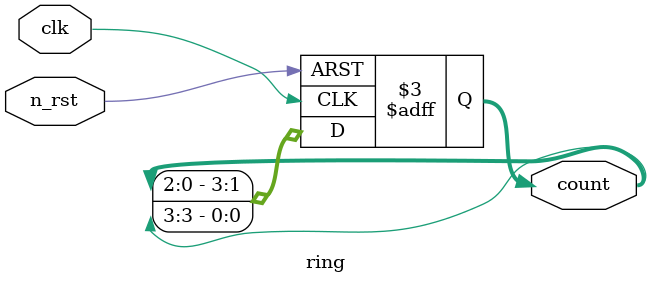
<source format=v>
module ring(
  input clk,
  input n_rst,
  output reg [3:0] count
);
  // 4비트 Shift Register Counter 모듈 정의

  always @(posedge clk or negedge n_rst) begin
    if (!n_rst) begin
      count <= 4'b0001;
    end else begin
      count <= {count[2:0], count[3]};
    end
  end
endmodule

</source>
